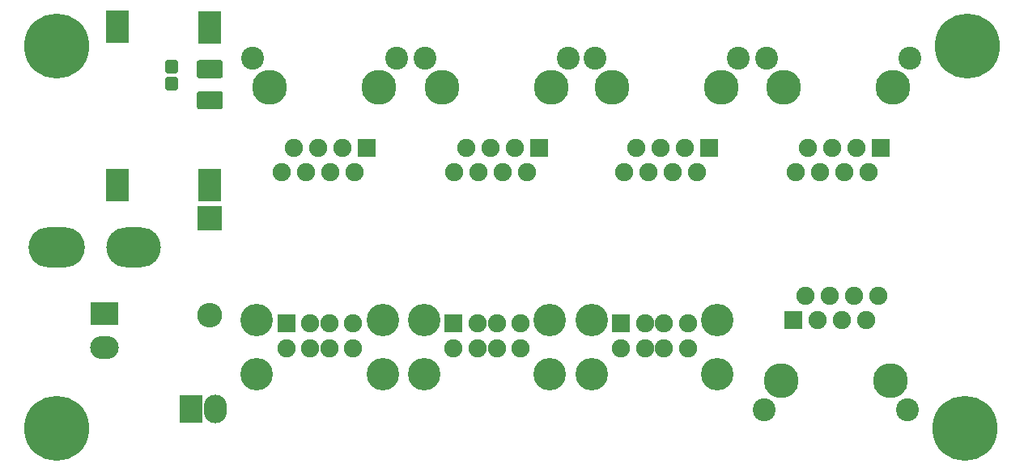
<source format=gbs>
G04 #@! TF.GenerationSoftware,KiCad,Pcbnew,(5.0.0)*
G04 #@! TF.CreationDate,2018-08-14T00:58:01+01:00*
G04 #@! TF.ProjectId,distboard,64697374626F6172642E6B696361645F,rev?*
G04 #@! TF.SameCoordinates,Original*
G04 #@! TF.FileFunction,Soldermask,Bot*
G04 #@! TF.FilePolarity,Negative*
%FSLAX46Y46*%
G04 Gerber Fmt 4.6, Leading zero omitted, Abs format (unit mm)*
G04 Created by KiCad (PCBNEW (5.0.0)) date 08/14/18 00:58:01*
%MOMM*%
%LPD*%
G01*
G04 APERTURE LIST*
%ADD10R,2.400000X3.400000*%
%ADD11O,5.700000X4.200000*%
%ADD12O,5.900000X4.200000*%
%ADD13O,2.400000X3.000000*%
%ADD14R,2.400000X3.000000*%
%ADD15C,0.100000*%
%ADD16C,1.900000*%
%ADD17C,1.350000*%
%ADD18R,2.600000X2.600000*%
%ADD19O,2.600000X2.600000*%
%ADD20C,3.400000*%
%ADD21R,1.900000X1.900000*%
%ADD22R,3.000000X2.400000*%
%ADD23O,3.000000X2.400000*%
%ADD24C,2.400000*%
%ADD25C,3.650000*%
%ADD26C,1.200000*%
%ADD27C,6.800000*%
G04 APERTURE END LIST*
D10*
G04 #@! TO.C,U1*
X91332000Y-49484000D03*
X100984000Y-49484000D03*
X100984000Y-32990000D03*
X91332000Y-32959000D03*
G04 #@! TD*
D11*
G04 #@! TO.C,F1*
X93000000Y-56000000D03*
D12*
X85000000Y-56000000D03*
G04 #@! TD*
D13*
G04 #@! TO.C,J2*
X101540000Y-73000000D03*
D14*
X99000000Y-73000000D03*
G04 #@! TD*
D15*
G04 #@! TO.C,C1*
G36*
X102089372Y-36426525D02*
X102120112Y-36431085D01*
X102150257Y-36438636D01*
X102179516Y-36449105D01*
X102207609Y-36462392D01*
X102234264Y-36478368D01*
X102259224Y-36496880D01*
X102282250Y-36517750D01*
X102303120Y-36540776D01*
X102321632Y-36565736D01*
X102337608Y-36592391D01*
X102350895Y-36620484D01*
X102361364Y-36649743D01*
X102368915Y-36679888D01*
X102373475Y-36710628D01*
X102375000Y-36741667D01*
X102375000Y-38008333D01*
X102373475Y-38039372D01*
X102368915Y-38070112D01*
X102361364Y-38100257D01*
X102350895Y-38129516D01*
X102337608Y-38157609D01*
X102321632Y-38184264D01*
X102303120Y-38209224D01*
X102282250Y-38232250D01*
X102259224Y-38253120D01*
X102234264Y-38271632D01*
X102207609Y-38287608D01*
X102179516Y-38300895D01*
X102150257Y-38311364D01*
X102120112Y-38318915D01*
X102089372Y-38323475D01*
X102058333Y-38325000D01*
X99941667Y-38325000D01*
X99910628Y-38323475D01*
X99879888Y-38318915D01*
X99849743Y-38311364D01*
X99820484Y-38300895D01*
X99792391Y-38287608D01*
X99765736Y-38271632D01*
X99740776Y-38253120D01*
X99717750Y-38232250D01*
X99696880Y-38209224D01*
X99678368Y-38184264D01*
X99662392Y-38157609D01*
X99649105Y-38129516D01*
X99638636Y-38100257D01*
X99631085Y-38070112D01*
X99626525Y-38039372D01*
X99625000Y-38008333D01*
X99625000Y-36741667D01*
X99626525Y-36710628D01*
X99631085Y-36679888D01*
X99638636Y-36649743D01*
X99649105Y-36620484D01*
X99662392Y-36592391D01*
X99678368Y-36565736D01*
X99696880Y-36540776D01*
X99717750Y-36517750D01*
X99740776Y-36496880D01*
X99765736Y-36478368D01*
X99792391Y-36462392D01*
X99820484Y-36449105D01*
X99849743Y-36438636D01*
X99879888Y-36431085D01*
X99910628Y-36426525D01*
X99941667Y-36425000D01*
X102058333Y-36425000D01*
X102089372Y-36426525D01*
X102089372Y-36426525D01*
G37*
D16*
X101000000Y-37375000D03*
D15*
G36*
X102089372Y-39676525D02*
X102120112Y-39681085D01*
X102150257Y-39688636D01*
X102179516Y-39699105D01*
X102207609Y-39712392D01*
X102234264Y-39728368D01*
X102259224Y-39746880D01*
X102282250Y-39767750D01*
X102303120Y-39790776D01*
X102321632Y-39815736D01*
X102337608Y-39842391D01*
X102350895Y-39870484D01*
X102361364Y-39899743D01*
X102368915Y-39929888D01*
X102373475Y-39960628D01*
X102375000Y-39991667D01*
X102375000Y-41258333D01*
X102373475Y-41289372D01*
X102368915Y-41320112D01*
X102361364Y-41350257D01*
X102350895Y-41379516D01*
X102337608Y-41407609D01*
X102321632Y-41434264D01*
X102303120Y-41459224D01*
X102282250Y-41482250D01*
X102259224Y-41503120D01*
X102234264Y-41521632D01*
X102207609Y-41537608D01*
X102179516Y-41550895D01*
X102150257Y-41561364D01*
X102120112Y-41568915D01*
X102089372Y-41573475D01*
X102058333Y-41575000D01*
X99941667Y-41575000D01*
X99910628Y-41573475D01*
X99879888Y-41568915D01*
X99849743Y-41561364D01*
X99820484Y-41550895D01*
X99792391Y-41537608D01*
X99765736Y-41521632D01*
X99740776Y-41503120D01*
X99717750Y-41482250D01*
X99696880Y-41459224D01*
X99678368Y-41434264D01*
X99662392Y-41407609D01*
X99649105Y-41379516D01*
X99638636Y-41350257D01*
X99631085Y-41320112D01*
X99626525Y-41289372D01*
X99625000Y-41258333D01*
X99625000Y-39991667D01*
X99626525Y-39960628D01*
X99631085Y-39929888D01*
X99638636Y-39899743D01*
X99649105Y-39870484D01*
X99662392Y-39842391D01*
X99678368Y-39815736D01*
X99696880Y-39790776D01*
X99717750Y-39767750D01*
X99740776Y-39746880D01*
X99765736Y-39728368D01*
X99792391Y-39712392D01*
X99820484Y-39699105D01*
X99849743Y-39688636D01*
X99879888Y-39681085D01*
X99910628Y-39676525D01*
X99941667Y-39675000D01*
X102058333Y-39675000D01*
X102089372Y-39676525D01*
X102089372Y-39676525D01*
G37*
D16*
X101000000Y-40625000D03*
G04 #@! TD*
D15*
G04 #@! TO.C,C2*
G36*
X97370581Y-36401625D02*
X97403343Y-36406485D01*
X97435471Y-36414533D01*
X97466656Y-36425691D01*
X97496596Y-36439852D01*
X97525005Y-36456879D01*
X97551608Y-36476609D01*
X97576149Y-36498851D01*
X97598391Y-36523392D01*
X97618121Y-36549995D01*
X97635148Y-36578404D01*
X97649309Y-36608344D01*
X97660467Y-36639529D01*
X97668515Y-36671657D01*
X97673375Y-36704419D01*
X97675000Y-36737500D01*
X97675000Y-37512500D01*
X97673375Y-37545581D01*
X97668515Y-37578343D01*
X97660467Y-37610471D01*
X97649309Y-37641656D01*
X97635148Y-37671596D01*
X97618121Y-37700005D01*
X97598391Y-37726608D01*
X97576149Y-37751149D01*
X97551608Y-37773391D01*
X97525005Y-37793121D01*
X97496596Y-37810148D01*
X97466656Y-37824309D01*
X97435471Y-37835467D01*
X97403343Y-37843515D01*
X97370581Y-37848375D01*
X97337500Y-37850000D01*
X96662500Y-37850000D01*
X96629419Y-37848375D01*
X96596657Y-37843515D01*
X96564529Y-37835467D01*
X96533344Y-37824309D01*
X96503404Y-37810148D01*
X96474995Y-37793121D01*
X96448392Y-37773391D01*
X96423851Y-37751149D01*
X96401609Y-37726608D01*
X96381879Y-37700005D01*
X96364852Y-37671596D01*
X96350691Y-37641656D01*
X96339533Y-37610471D01*
X96331485Y-37578343D01*
X96326625Y-37545581D01*
X96325000Y-37512500D01*
X96325000Y-36737500D01*
X96326625Y-36704419D01*
X96331485Y-36671657D01*
X96339533Y-36639529D01*
X96350691Y-36608344D01*
X96364852Y-36578404D01*
X96381879Y-36549995D01*
X96401609Y-36523392D01*
X96423851Y-36498851D01*
X96448392Y-36476609D01*
X96474995Y-36456879D01*
X96503404Y-36439852D01*
X96533344Y-36425691D01*
X96564529Y-36414533D01*
X96596657Y-36406485D01*
X96629419Y-36401625D01*
X96662500Y-36400000D01*
X97337500Y-36400000D01*
X97370581Y-36401625D01*
X97370581Y-36401625D01*
G37*
D17*
X97000000Y-37125000D03*
D15*
G36*
X97370581Y-38151625D02*
X97403343Y-38156485D01*
X97435471Y-38164533D01*
X97466656Y-38175691D01*
X97496596Y-38189852D01*
X97525005Y-38206879D01*
X97551608Y-38226609D01*
X97576149Y-38248851D01*
X97598391Y-38273392D01*
X97618121Y-38299995D01*
X97635148Y-38328404D01*
X97649309Y-38358344D01*
X97660467Y-38389529D01*
X97668515Y-38421657D01*
X97673375Y-38454419D01*
X97675000Y-38487500D01*
X97675000Y-39262500D01*
X97673375Y-39295581D01*
X97668515Y-39328343D01*
X97660467Y-39360471D01*
X97649309Y-39391656D01*
X97635148Y-39421596D01*
X97618121Y-39450005D01*
X97598391Y-39476608D01*
X97576149Y-39501149D01*
X97551608Y-39523391D01*
X97525005Y-39543121D01*
X97496596Y-39560148D01*
X97466656Y-39574309D01*
X97435471Y-39585467D01*
X97403343Y-39593515D01*
X97370581Y-39598375D01*
X97337500Y-39600000D01*
X96662500Y-39600000D01*
X96629419Y-39598375D01*
X96596657Y-39593515D01*
X96564529Y-39585467D01*
X96533344Y-39574309D01*
X96503404Y-39560148D01*
X96474995Y-39543121D01*
X96448392Y-39523391D01*
X96423851Y-39501149D01*
X96401609Y-39476608D01*
X96381879Y-39450005D01*
X96364852Y-39421596D01*
X96350691Y-39391656D01*
X96339533Y-39360471D01*
X96331485Y-39328343D01*
X96326625Y-39295581D01*
X96325000Y-39262500D01*
X96325000Y-38487500D01*
X96326625Y-38454419D01*
X96331485Y-38421657D01*
X96339533Y-38389529D01*
X96350691Y-38358344D01*
X96364852Y-38328404D01*
X96381879Y-38299995D01*
X96401609Y-38273392D01*
X96423851Y-38248851D01*
X96448392Y-38226609D01*
X96474995Y-38206879D01*
X96503404Y-38189852D01*
X96533344Y-38175691D01*
X96564529Y-38164533D01*
X96596657Y-38156485D01*
X96629419Y-38151625D01*
X96662500Y-38150000D01*
X97337500Y-38150000D01*
X97370581Y-38151625D01*
X97370581Y-38151625D01*
G37*
D17*
X97000000Y-38875000D03*
G04 #@! TD*
D18*
G04 #@! TO.C,D1*
X101000000Y-53000000D03*
D19*
X101000000Y-63160000D03*
G04 #@! TD*
D16*
G04 #@! TO.C,U2*
X116000000Y-66620000D03*
X113500000Y-66620000D03*
X111500000Y-66620000D03*
X109000000Y-66620000D03*
D20*
X119070000Y-69330000D03*
X105930000Y-69330000D03*
D16*
X116000000Y-64000000D03*
X113500000Y-64000000D03*
X111500000Y-64000000D03*
D21*
X109000000Y-64000000D03*
D20*
X105930000Y-63650000D03*
X119070000Y-63650000D03*
G04 #@! TD*
G04 #@! TO.C,U3*
X136570000Y-63650000D03*
X123430000Y-63650000D03*
D21*
X126500000Y-64000000D03*
D16*
X129000000Y-64000000D03*
X131000000Y-64000000D03*
X133500000Y-64000000D03*
D20*
X123430000Y-69330000D03*
X136570000Y-69330000D03*
D16*
X126500000Y-66620000D03*
X129000000Y-66620000D03*
X131000000Y-66620000D03*
X133500000Y-66620000D03*
G04 #@! TD*
G04 #@! TO.C,U4*
X151000000Y-66620000D03*
X148500000Y-66620000D03*
X146500000Y-66620000D03*
X144000000Y-66620000D03*
D20*
X154070000Y-69330000D03*
X140930000Y-69330000D03*
D16*
X151000000Y-64000000D03*
X148500000Y-64000000D03*
X146500000Y-64000000D03*
D21*
X144000000Y-64000000D03*
D20*
X140930000Y-63650000D03*
X154070000Y-63650000D03*
G04 #@! TD*
D22*
G04 #@! TO.C,J1*
X90000000Y-63000000D03*
D23*
X90000000Y-66500000D03*
G04 #@! TD*
D24*
G04 #@! TO.C,J4*
X105505000Y-36200000D03*
X120495000Y-36200000D03*
D25*
X118715000Y-39250000D03*
X107285000Y-39250000D03*
D16*
X108555000Y-48140000D03*
X111095000Y-48140000D03*
X113635000Y-48140000D03*
X116175000Y-48140000D03*
X109825000Y-45600000D03*
X112365000Y-45600000D03*
X114905000Y-45600000D03*
D21*
X117445000Y-45600000D03*
G04 #@! TD*
D24*
G04 #@! TO.C,J5*
X173995000Y-73050000D03*
X159005000Y-73050000D03*
D25*
X160785000Y-70000000D03*
X172215000Y-70000000D03*
D16*
X170945000Y-61110000D03*
X168405000Y-61110000D03*
X165865000Y-61110000D03*
X163325000Y-61110000D03*
X169675000Y-63650000D03*
X167135000Y-63650000D03*
X164595000Y-63650000D03*
D21*
X162055000Y-63650000D03*
G04 #@! TD*
G04 #@! TO.C,J6*
X135445000Y-45600000D03*
D16*
X132905000Y-45600000D03*
X130365000Y-45600000D03*
X127825000Y-45600000D03*
X134175000Y-48140000D03*
X131635000Y-48140000D03*
X129095000Y-48140000D03*
X126555000Y-48140000D03*
D25*
X125285000Y-39250000D03*
X136715000Y-39250000D03*
D24*
X138495000Y-36200000D03*
X123505000Y-36200000D03*
G04 #@! TD*
G04 #@! TO.C,J7*
X141255000Y-36200000D03*
X156245000Y-36200000D03*
D25*
X154465000Y-39250000D03*
X143035000Y-39250000D03*
D16*
X144305000Y-48140000D03*
X146845000Y-48140000D03*
X149385000Y-48140000D03*
X151925000Y-48140000D03*
X145575000Y-45600000D03*
X148115000Y-45600000D03*
X150655000Y-45600000D03*
D21*
X153195000Y-45600000D03*
G04 #@! TD*
G04 #@! TO.C,J8*
X171195000Y-45600000D03*
D16*
X168655000Y-45600000D03*
X166115000Y-45600000D03*
X163575000Y-45600000D03*
X169925000Y-48140000D03*
X167385000Y-48140000D03*
X164845000Y-48140000D03*
X162305000Y-48140000D03*
D25*
X161035000Y-39250000D03*
X172465000Y-39250000D03*
D24*
X174245000Y-36200000D03*
X159255000Y-36200000D03*
G04 #@! TD*
D26*
G04 #@! TO.C,MH1*
X86697056Y-33302944D03*
X85000000Y-32600000D03*
X83302944Y-33302944D03*
X82600000Y-35000000D03*
X83302944Y-36697056D03*
X85000000Y-37400000D03*
X86697056Y-36697056D03*
X87400000Y-35000000D03*
D27*
X85000000Y-35000000D03*
G04 #@! TD*
G04 #@! TO.C,MH2*
X180200000Y-35000000D03*
D26*
X182600000Y-35000000D03*
X181897056Y-36697056D03*
X180200000Y-37400000D03*
X178502944Y-36697056D03*
X177800000Y-35000000D03*
X178502944Y-33302944D03*
X180200000Y-32600000D03*
X181897056Y-33302944D03*
G04 #@! TD*
G04 #@! TO.C,MH3*
X86697056Y-73302944D03*
X85000000Y-72600000D03*
X83302944Y-73302944D03*
X82600000Y-75000000D03*
X83302944Y-76697056D03*
X85000000Y-77400000D03*
X86697056Y-76697056D03*
X87400000Y-75000000D03*
D27*
X85000000Y-75000000D03*
G04 #@! TD*
G04 #@! TO.C,MH4*
X180000000Y-75000000D03*
D26*
X182400000Y-75000000D03*
X181697056Y-76697056D03*
X180000000Y-77400000D03*
X178302944Y-76697056D03*
X177600000Y-75000000D03*
X178302944Y-73302944D03*
X180000000Y-72600000D03*
X181697056Y-73302944D03*
G04 #@! TD*
M02*

</source>
